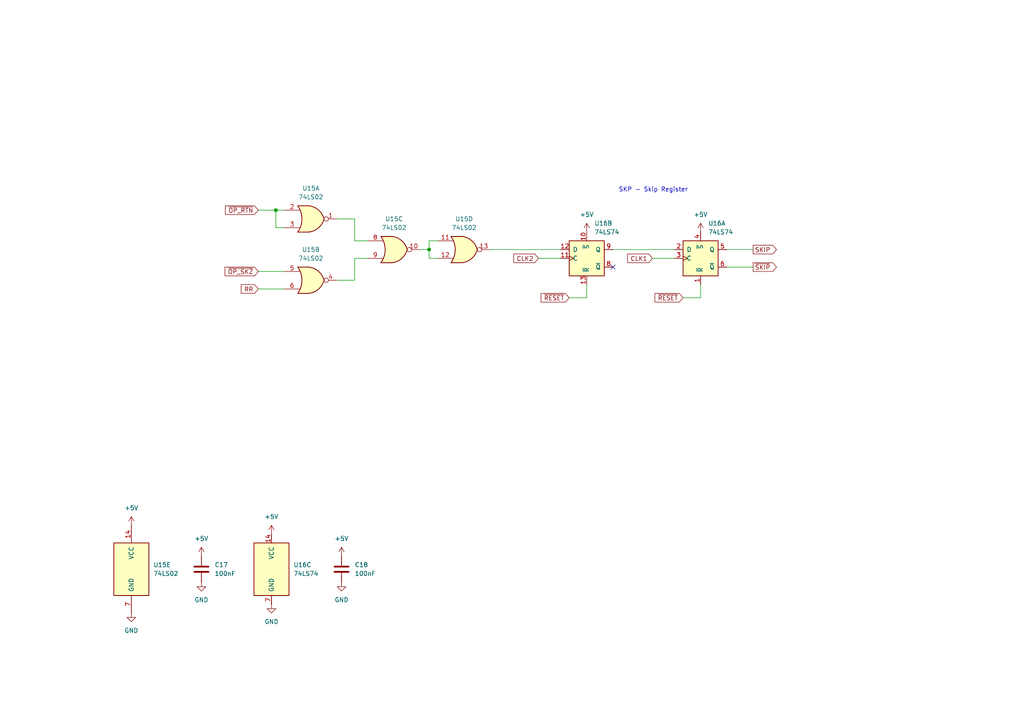
<source format=kicad_sch>
(kicad_sch (version 20231120) (generator "eeschema") (generator_version "8.0")
  (paper "A4")
  (title_block (title "UE14500 TTL 1-bit Microprocessor") (date "2025") (rev "2") (comment 1 "Copyright (c) 2025 Rhys Weatherley") (comment 3 "Skip Register"))
  (lib_symbols
    (symbol "74xx:74LS02" (pin_names (offset 1.016))
      (property "Reference" "U" (at 0 1.27 0))
      (property "Value" "74LS02" (at 0 -1.27 0))
      (symbol "74LS02_1_1"
        (arc (start -3.81 -3.81) (mid -2.589 0) (end -3.81 3.81) (stroke (width 0.254)))
        (arc (start -0.6096 -3.81) (mid 2.1842 -2.5851) (end 3.81 0) (stroke (width 0.254)) (fill (type background)))
        (polyline (pts (xy -3.81 -3.81) (xy -0.635 -3.81)) (stroke (width 0.254)) (fill (type background)))
        (polyline (pts (xy -3.81 3.81) (xy -0.635 3.81)) (stroke (width 0.254)) (fill (type background)))
        (polyline (pts (xy -0.635 3.81) (xy -3.81 3.81) (xy -3.81 3.81) (xy -3.556 3.4036) (xy -3.0226 2.2606) (xy -2.6924 1.0414) (xy -2.6162 -0.254) (xy -2.7686 -1.4986) (xy -3.175 -2.7178) (xy -3.81 -3.81) (xy -3.81 -3.81) (xy -0.635 -3.81)) (stroke (width -25.4)) (fill (type background)))
        (arc (start 3.81 0) (mid 2.1915 2.5936) (end -0.6096 3.81) (stroke (width 0.254)) (fill (type background)))
        (pin output inverted (at 7.62 0 180) (length 3.81) (name "~") (number "1"))
        (pin input line (at -7.62 2.54 0) (length 4.318) (name "~") (number "2"))
        (pin input line (at -7.62 -2.54 0) (length 4.318) (name "~") (number "3"))
      )
      (symbol "74LS02_1_2"
        (arc (start 0 -3.81) (mid 3.7934 0) (end 0 3.81) (stroke (width 0.254)) (fill (type background)))
        (polyline (pts (xy 0 3.81) (xy -3.81 3.81) (xy -3.81 -3.81) (xy 0 -3.81)) (stroke (width 0.254)) (fill (type background)))
        (pin output line (at 7.62 0 180) (length 3.81) (name "~") (number "1"))
        (pin input inverted (at -7.62 2.54 0) (length 3.81) (name "~") (number "2"))
        (pin input inverted (at -7.62 -2.54 0) (length 3.81) (name "~") (number "3"))
      )
      (symbol "74LS02_2_1"
        (arc (start -3.81 -3.81) (mid -2.589 0) (end -3.81 3.81) (stroke (width 0.254)))
        (arc (start -0.6096 -3.81) (mid 2.1842 -2.5851) (end 3.81 0) (stroke (width 0.254)) (fill (type background)))
        (polyline (pts (xy -3.81 -3.81) (xy -0.635 -3.81)) (stroke (width 0.254)) (fill (type background)))
        (polyline (pts (xy -3.81 3.81) (xy -0.635 3.81)) (stroke (width 0.254)) (fill (type background)))
        (polyline (pts (xy -0.635 3.81) (xy -3.81 3.81) (xy -3.81 3.81) (xy -3.556 3.4036) (xy -3.0226 2.2606) (xy -2.6924 1.0414) (xy -2.6162 -0.254) (xy -2.7686 -1.4986) (xy -3.175 -2.7178) (xy -3.81 -3.81) (xy -3.81 -3.81) (xy -0.635 -3.81)) (stroke (width -25.4)) (fill (type background)))
        (arc (start 3.81 0) (mid 2.1915 2.5936) (end -0.6096 3.81) (stroke (width 0.254)) (fill (type background)))
        (pin output inverted (at 7.62 0 180) (length 3.81) (name "~") (number "4"))
        (pin input line (at -7.62 2.54 0) (length 4.318) (name "~") (number "5"))
        (pin input line (at -7.62 -2.54 0) (length 4.318) (name "~") (number "6"))
      )
      (symbol "74LS02_2_2"
        (arc (start 0 -3.81) (mid 3.7934 0) (end 0 3.81) (stroke (width 0.254)) (fill (type background)))
        (polyline (pts (xy 0 3.81) (xy -3.81 3.81) (xy -3.81 -3.81) (xy 0 -3.81)) (stroke (width 0.254)) (fill (type background)))
        (pin output line (at 7.62 0 180) (length 3.81) (name "~") (number "4"))
        (pin input inverted (at -7.62 2.54 0) (length 3.81) (name "~") (number "5"))
        (pin input inverted (at -7.62 -2.54 0) (length 3.81) (name "~") (number "6"))
      )
      (symbol "74LS02_3_1"
        (arc (start -3.81 -3.81) (mid -2.589 0) (end -3.81 3.81) (stroke (width 0.254)))
        (arc (start -0.6096 -3.81) (mid 2.1842 -2.5851) (end 3.81 0) (stroke (width 0.254)) (fill (type background)))
        (polyline (pts (xy -3.81 -3.81) (xy -0.635 -3.81)) (stroke (width 0.254)) (fill (type background)))
        (polyline (pts (xy -3.81 3.81) (xy -0.635 3.81)) (stroke (width 0.254)) (fill (type background)))
        (polyline (pts (xy -0.635 3.81) (xy -3.81 3.81) (xy -3.81 3.81) (xy -3.556 3.4036) (xy -3.0226 2.2606) (xy -2.6924 1.0414) (xy -2.6162 -0.254) (xy -2.7686 -1.4986) (xy -3.175 -2.7178) (xy -3.81 -3.81) (xy -3.81 -3.81) (xy -0.635 -3.81)) (stroke (width -25.4)) (fill (type background)))
        (arc (start 3.81 0) (mid 2.1915 2.5936) (end -0.6096 3.81) (stroke (width 0.254)) (fill (type background)))
        (pin output inverted (at 7.62 0 180) (length 3.81) (name "~") (number "10"))
        (pin input line (at -7.62 2.54 0) (length 4.318) (name "~") (number "8"))
        (pin input line (at -7.62 -2.54 0) (length 4.318) (name "~") (number "9"))
      )
      (symbol "74LS02_3_2"
        (arc (start 0 -3.81) (mid 3.7934 0) (end 0 3.81) (stroke (width 0.254)) (fill (type background)))
        (polyline (pts (xy 0 3.81) (xy -3.81 3.81) (xy -3.81 -3.81) (xy 0 -3.81)) (stroke (width 0.254)) (fill (type background)))
        (pin output line (at 7.62 0 180) (length 3.81) (name "~") (number "10"))
        (pin input inverted (at -7.62 2.54 0) (length 3.81) (name "~") (number "8"))
        (pin input inverted (at -7.62 -2.54 0) (length 3.81) (name "~") (number "9"))
      )
      (symbol "74LS02_4_1"
        (arc (start -3.81 -3.81) (mid -2.589 0) (end -3.81 3.81) (stroke (width 0.254)))
        (arc (start -0.6096 -3.81) (mid 2.1842 -2.5851) (end 3.81 0) (stroke (width 0.254)) (fill (type background)))
        (polyline (pts (xy -3.81 -3.81) (xy -0.635 -3.81)) (stroke (width 0.254)) (fill (type background)))
        (polyline (pts (xy -3.81 3.81) (xy -0.635 3.81)) (stroke (width 0.254)) (fill (type background)))
        (polyline (pts (xy -0.635 3.81) (xy -3.81 3.81) (xy -3.81 3.81) (xy -3.556 3.4036) (xy -3.0226 2.2606) (xy -2.6924 1.0414) (xy -2.6162 -0.254) (xy -2.7686 -1.4986) (xy -3.175 -2.7178) (xy -3.81 -3.81) (xy -3.81 -3.81) (xy -0.635 -3.81)) (stroke (width -25.4)) (fill (type background)))
        (arc (start 3.81 0) (mid 2.1915 2.5936) (end -0.6096 3.81) (stroke (width 0.254)) (fill (type background)))
        (pin input line (at -7.62 2.54 0) (length 4.318) (name "~") (number "11"))
        (pin input line (at -7.62 -2.54 0) (length 4.318) (name "~") (number "12"))
        (pin output inverted (at 7.62 0 180) (length 3.81) (name "~") (number "13"))
      )
      (symbol "74LS02_4_2"
        (arc (start 0 -3.81) (mid 3.7934 0) (end 0 3.81) (stroke (width 0.254)) (fill (type background)))
        (polyline (pts (xy 0 3.81) (xy -3.81 3.81) (xy -3.81 -3.81) (xy 0 -3.81)) (stroke (width 0.254)) (fill (type background)))
        (pin input inverted (at -7.62 2.54 0) (length 3.81) (name "~") (number "11"))
        (pin input inverted (at -7.62 -2.54 0) (length 3.81) (name "~") (number "12"))
        (pin output line (at 7.62 0 180) (length 3.81) (name "~") (number "13"))
      )
      (symbol "74LS02_5_0"
        (pin power_in line (at 0 12.7 270) (length 5.08) (name "VCC") (number "14"))
        (pin power_in line (at 0 -12.7 90) (length 5.08) (name "GND") (number "7"))
      )
      (symbol "74LS02_5_1"
        (rectangle (start -5.08 7.62) (end 5.08 -7.62) (stroke (width 0.254)) (fill (type background)))
      )
    )
    (symbol "74xx:74LS74" (pin_names (offset 1.016))
      (property "Reference" "U" (at -7.62 8.89 0))
      (property "Value" "74LS74" (at -7.62 -8.89 0))
      (symbol "74LS74_1_0"
        (pin input line (at 0 -7.62 90) (length 2.54) (name "~{R}") (number "1"))
        (pin input line (at -7.62 2.54 0) (length 2.54) (name "D") (number "2"))
        (pin input clock (at -7.62 0 0) (length 2.54) (name "C") (number "3"))
        (pin input line (at 0 7.62 270) (length 2.54) (name "~{S}") (number "4"))
        (pin output line (at 7.62 2.54 180) (length 2.54) (name "Q") (number "5"))
        (pin output line (at 7.62 -2.54 180) (length 2.54) (name "~{Q}") (number "6"))
      )
      (symbol "74LS74_1_1"
        (rectangle (start -5.08 5.08) (end 5.08 -5.08) (stroke (width 0.254)) (fill (type background)))
      )
      (symbol "74LS74_2_0"
        (pin input line (at 0 7.62 270) (length 2.54) (name "~{S}") (number "10"))
        (pin input clock (at -7.62 0 0) (length 2.54) (name "C") (number "11"))
        (pin input line (at -7.62 2.54 0) (length 2.54) (name "D") (number "12"))
        (pin input line (at 0 -7.62 90) (length 2.54) (name "~{R}") (number "13"))
        (pin output line (at 7.62 -2.54 180) (length 2.54) (name "~{Q}") (number "8"))
        (pin output line (at 7.62 2.54 180) (length 2.54) (name "Q") (number "9"))
      )
      (symbol "74LS74_2_1"
        (rectangle (start -5.08 5.08) (end 5.08 -5.08) (stroke (width 0.254)) (fill (type background)))
      )
      (symbol "74LS74_3_0"
        (pin power_in line (at 0 10.16 270) (length 2.54) (name "VCC") (number "14"))
        (pin power_in line (at 0 -10.16 90) (length 2.54) (name "GND") (number "7"))
      )
      (symbol "74LS74_3_1"
        (rectangle (start -5.08 7.62) (end 5.08 -7.62) (stroke (width 0.254)) (fill (type background)))
      )
    )
    (symbol "Device:C" (pin_numbers hide) (pin_names (offset 0.254))
      (property "Reference" "C" (at 0.635 2.54 0))
      (property "Value" "C" (at 0.635 -2.54 0))
      (symbol "C_0_1"
        (polyline (pts (xy -2.032 -0.762) (xy 2.032 -0.762)) (stroke (width 0.508)))
        (polyline (pts (xy -2.032 0.762) (xy 2.032 0.762)) (stroke (width 0.508)))
      )
      (symbol "C_1_1"
        (pin passive line (at 0 3.81 270) (length 2.794) (name "~") (number "1"))
        (pin passive line (at 0 -3.81 90) (length 2.794) (name "~") (number "2"))
      )
    )
    (symbol "power:+5V" (power) (pin_numbers hide) (pin_names (offset 0) hide)
      (property "Value" "+5V" (at 0 3.556 0))
      (symbol "+5V_0_1"
        (polyline (pts (xy -0.762 1.27) (xy 0 2.54)))
        (polyline (pts (xy 0 0) (xy 0 2.54)))
        (polyline (pts (xy 0 2.54) (xy 0.762 1.27)))
      )
      (symbol "+5V_1_1"
        (pin power_in line (at 0 0 90) (length 0) (name "~") (number "1"))
      )
    )
    (symbol "power:GND" (power) (pin_numbers hide) (pin_names (offset 0) hide)
      (property "Value" "GND" (at 0 -3.81 0))
      (symbol "GND_0_1"
        (polyline (pts (xy 0 0) (xy 0 -1.27) (xy 1.27 -1.27) (xy 0 -2.54) (xy -1.27 -1.27) (xy 0 -1.27)))
      )
      (symbol "GND_1_1"
        (pin power_in line (at 0 0 270) (length 0) (name "~") (number "1"))
      )
    )
  )
  (junction (at 124.46 72.39))
  (junction (at 80.01 60.96))
  (no_connect (at 177.8 77.47))
  (wire (pts (xy 106.68 74.93) (xy 102.87 74.93)))
  (wire (pts (xy 124.46 74.93) (xy 127 74.93)))
  (wire (pts (xy 165.1 86.36) (xy 170.18 86.36)))
  (wire (pts (xy 74.93 78.74) (xy 82.55 78.74)))
  (wire (pts (xy 177.8 72.39) (xy 195.58 72.39)))
  (wire (pts (xy 156.21 74.93) (xy 162.56 74.93)))
  (wire (pts (xy 121.92 72.39) (xy 124.46 72.39)))
  (wire (pts (xy 124.46 69.85) (xy 124.46 72.39)))
  (wire (pts (xy 142.24 72.39) (xy 162.56 72.39)))
  (wire (pts (xy 210.82 72.39) (xy 218.44 72.39)))
  (wire (pts (xy 102.87 81.28) (xy 97.79 81.28)))
  (wire (pts (xy 203.2 86.36) (xy 203.2 82.55)))
  (wire (pts (xy 198.12 86.36) (xy 203.2 86.36)))
  (wire (pts (xy 170.18 86.36) (xy 170.18 82.55)))
  (wire (pts (xy 127 69.85) (xy 124.46 69.85)))
  (wire (pts (xy 124.46 72.39) (xy 124.46 74.93)))
  (wire (pts (xy 102.87 69.85) (xy 102.87 63.5)))
  (wire (pts (xy 82.55 66.04) (xy 80.01 66.04)))
  (wire (pts (xy 74.93 83.82) (xy 82.55 83.82)))
  (wire (pts (xy 106.68 69.85) (xy 102.87 69.85)))
  (wire (pts (xy 80.01 60.96) (xy 82.55 60.96)))
  (wire (pts (xy 80.01 66.04) (xy 80.01 60.96)))
  (wire (pts (xy 102.87 74.93) (xy 102.87 81.28)))
  (wire (pts (xy 74.93 60.96) (xy 80.01 60.96)))
  (wire (pts (xy 189.23 74.93) (xy 195.58 74.93)))
  (wire (pts (xy 102.87 63.5) (xy 97.79 63.5)))
  (wire (pts (xy 210.82 77.47) (xy 218.44 77.47)))
  (text "SKP - Skip Register" (at 189.484 55.118 0) (effects (font (size 1.27 1.27))))
  (global_label "~{SKIP}" (shape output) (at 218.44 77.47 0) (property "Intersheetrefs" "${INTERSHEET_REFS}" (effects (hide yes))))
  (global_label "~{OP_SKZ}" (shape input) (at 74.93 78.74 180) (property "Intersheetrefs" "${INTERSHEET_REFS}" (effects (hide yes))))
  (global_label "CLK1" (shape input) (at 189.23 74.93 180) (property "Intersheetrefs" "${INTERSHEET_REFS}" (effects (hide yes))))
  (global_label "SKIP" (shape output) (at 218.44 72.39 0) (property "Intersheetrefs" "${INTERSHEET_REFS}" (effects (hide yes))))
  (global_label "~{OP_RTN}" (shape input) (at 74.93 60.96 180) (property "Intersheetrefs" "${INTERSHEET_REFS}" (effects (hide yes))))
  (global_label "RR" (shape input) (at 74.93 83.82 180) (property "Intersheetrefs" "${INTERSHEET_REFS}" (effects (hide yes))))
  (global_label "~{RESET}" (shape input) (at 165.1 86.36 180) (property "Intersheetrefs" "${INTERSHEET_REFS}" (effects (hide yes))))
  (global_label "CLK2" (shape input) (at 156.21 74.93 180) (property "Intersheetrefs" "${INTERSHEET_REFS}" (effects (hide yes))))
  (global_label "~{RESET}" (shape input) (at 198.12 86.36 180) (property "Intersheetrefs" "${INTERSHEET_REFS}" (effects (hide yes))))
  (symbol (lib_id "power:+5V") (at 38.1 152.4 0) (unit 1)
    (property "Reference" "#PWR81" (effects (hide yes)))
    (property "Value" "+5V" (at 38.1 147.32 0))
    (property "Description" "Power symbol creates a global label with name \"+5V\"" (effects (hide yes)))
  )
  (symbol (lib_id "Device:C") (at 58.42 165.1 0) (unit 1)
    (property "Reference" "C17" (at 62.23 163.8299 0) (effects (justify left)))
    (property "Value" "100nF" (at 62.23 166.3699 0) (effects (justify left)))
    (property "Footprint" "Capacitor_THT:C_Disc_D5.0mm_W2.5mm_P5.00mm" (effects (hide yes)))
    (property "Description" "Unpolarized capacitor" (effects (hide yes)))
  )
  (symbol (lib_id "power:+5V") (at 203.2 67.31 0) (unit 1)
    (property "Reference" "#PWR91" (effects (hide yes)))
    (property "Value" "+5V" (at 203.2 62.23 0))
    (property "Description" "Power symbol creates a global label with name \"+5V\"" (effects (hide yes)))
  )
  (symbol (lib_id "74xx:74LS02") (at 134.62 72.39 0) (unit 4)
    (property "Reference" "U15" (at 134.62 63.5 0))
    (property "Value" "74LS02" (at 134.62 66.04 0))
    (property "Footprint" "Package_DIP:DIP-14_W7.62mm" (effects (hide yes)))
    (property "Datasheet" "http://www.ti.com/lit/gpn/sn74ls02" (effects (hide yes)))
    (property "Description" "quad 2-input NOR gate" (effects (hide yes)))
  )
  (symbol (lib_id "74xx:74LS74") (at 170.18 74.93 0) (unit 2)
    (property "Reference" "U16" (at 172.3741 64.77 0) (effects (justify left)))
    (property "Value" "74LS74" (at 172.3741 67.31 0) (effects (justify left)))
    (property "Footprint" "Package_DIP:DIP-14_W7.62mm" (effects (hide yes)))
    (property "Datasheet" "74xx/74hc_hct74.pdf" (effects (hide yes)))
    (property "Description" "Dual D Flip-flop, Set & Reset" (effects (hide yes)))
  )
  (symbol (lib_id "power:GND") (at 99.06 168.91 0) (unit 1)
    (property "Reference" "#PWR88" (effects (hide yes)))
    (property "Value" "GND" (at 99.06 173.99 0))
    (property "Description" "Power symbol creates a global label with name \"GND\" , ground" (effects (hide yes)))
  )
  (symbol (lib_id "74xx:74LS74") (at 203.2 74.93 0) (unit 1)
    (property "Reference" "U16" (at 205.3941 64.77 0) (effects (justify left)))
    (property "Value" "74LS74" (at 205.3941 67.31 0) (effects (justify left)))
    (property "Footprint" "Package_DIP:DIP-14_W7.62mm" (effects (hide yes)))
    (property "Datasheet" "74xx/74hc_hct74.pdf" (effects (hide yes)))
    (property "Description" "Dual D Flip-flop, Set & Reset" (effects (hide yes)))
  )
  (symbol (lib_id "74xx:74LS02") (at 38.1 165.1 0) (unit 5)
    (property "Reference" "U15" (at 44.45 163.8299 0) (effects (justify left)))
    (property "Value" "74LS02" (at 44.45 166.3699 0) (effects (justify left)))
    (property "Footprint" "Package_DIP:DIP-14_W7.62mm" (effects (hide yes)))
    (property "Datasheet" "http://www.ti.com/lit/gpn/sn74ls02" (effects (hide yes)))
    (property "Description" "quad 2-input NOR gate" (effects (hide yes)))
  )
  (symbol (lib_id "power:+5V") (at 78.74 154.94 0) (unit 1)
    (property "Reference" "#PWR85" (effects (hide yes)))
    (property "Value" "+5V" (at 78.74 149.86 0))
    (property "Description" "Power symbol creates a global label with name \"+5V\"" (effects (hide yes)))
  )
  (symbol (lib_id "power:+5V") (at 170.18 67.31 0) (unit 1)
    (property "Reference" "#PWR90" (effects (hide yes)))
    (property "Value" "+5V" (at 170.18 62.23 0))
    (property "Description" "Power symbol creates a global label with name \"+5V\"" (effects (hide yes)))
  )
  (symbol (lib_id "74xx:74LS74") (at 78.74 165.1 0) (unit 3)
    (property "Reference" "U16" (at 85.09 163.8299 0) (effects (justify left)))
    (property "Value" "74LS74" (at 85.09 166.3699 0) (effects (justify left)))
    (property "Footprint" "Package_DIP:DIP-14_W7.62mm" (effects (hide yes)))
    (property "Datasheet" "74xx/74hc_hct74.pdf" (effects (hide yes)))
    (property "Description" "Dual D Flip-flop, Set & Reset" (effects (hide yes)))
  )
  (symbol (lib_id "power:GND") (at 38.1 177.8 0) (unit 1)
    (property "Reference" "#PWR82" (effects (hide yes)))
    (property "Value" "GND" (at 38.1 182.88 0))
    (property "Description" "Power symbol creates a global label with name \"GND\" , ground" (effects (hide yes)))
  )
  (symbol (lib_id "power:GND") (at 78.74 175.26 0) (unit 1)
    (property "Reference" "#PWR86" (effects (hide yes)))
    (property "Value" "GND" (at 78.74 180.34 0))
    (property "Description" "Power symbol creates a global label with name \"GND\" , ground" (effects (hide yes)))
  )
  (symbol (lib_id "power:+5V") (at 99.06 161.29 0) (unit 1)
    (property "Reference" "#PWR87" (effects (hide yes)))
    (property "Value" "+5V" (at 99.06 156.21 0))
    (property "Description" "Power symbol creates a global label with name \"+5V\"" (effects (hide yes)))
  )
  (symbol (lib_id "power:GND") (at 58.42 168.91 0) (unit 1)
    (property "Reference" "#PWR84" (effects (hide yes)))
    (property "Value" "GND" (at 58.42 173.99 0))
    (property "Description" "Power symbol creates a global label with name \"GND\" , ground" (effects (hide yes)))
  )
  (symbol (lib_id "power:+5V") (at 58.42 161.29 0) (unit 1)
    (property "Reference" "#PWR83" (effects (hide yes)))
    (property "Value" "+5V" (at 58.42 156.21 0))
    (property "Description" "Power symbol creates a global label with name \"+5V\"" (effects (hide yes)))
  )
  (symbol (lib_id "74xx:74LS02") (at 114.3 72.39 0) (unit 3)
    (property "Reference" "U15" (at 114.3 63.5 0))
    (property "Value" "74LS02" (at 114.3 66.04 0))
    (property "Footprint" "Package_DIP:DIP-14_W7.62mm" (effects (hide yes)))
    (property "Datasheet" "http://www.ti.com/lit/gpn/sn74ls02" (effects (hide yes)))
    (property "Description" "quad 2-input NOR gate" (effects (hide yes)))
  )
  (symbol (lib_id "74xx:74LS02") (at 90.17 63.5 0) (unit 1)
    (property "Reference" "U15" (at 90.17 54.61 0))
    (property "Value" "74LS02" (at 90.17 57.15 0))
    (property "Footprint" "Package_DIP:DIP-14_W7.62mm" (effects (hide yes)))
    (property "Datasheet" "http://www.ti.com/lit/gpn/sn74ls02" (effects (hide yes)))
    (property "Description" "quad 2-input NOR gate" (effects (hide yes)))
  )
  (symbol (lib_id "Device:C") (at 99.06 165.1 0) (unit 1)
    (property "Reference" "C18" (at 102.87 163.8299 0) (effects (justify left)))
    (property "Value" "100nF" (at 102.87 166.3699 0) (effects (justify left)))
    (property "Footprint" "Capacitor_THT:C_Disc_D5.0mm_W2.5mm_P5.00mm" (effects (hide yes)))
    (property "Description" "Unpolarized capacitor" (effects (hide yes)))
  )
  (symbol (lib_id "74xx:74LS02") (at 90.17 81.28 0) (unit 2)
    (property "Reference" "U15" (at 90.17 72.39 0))
    (property "Value" "74LS02" (at 90.17 74.93 0))
    (property "Footprint" "Package_DIP:DIP-14_W7.62mm" (effects (hide yes)))
    (property "Datasheet" "http://www.ti.com/lit/gpn/sn74ls02" (effects (hide yes)))
    (property "Description" "quad 2-input NOR gate" (effects (hide yes)))
  )
)
</source>
